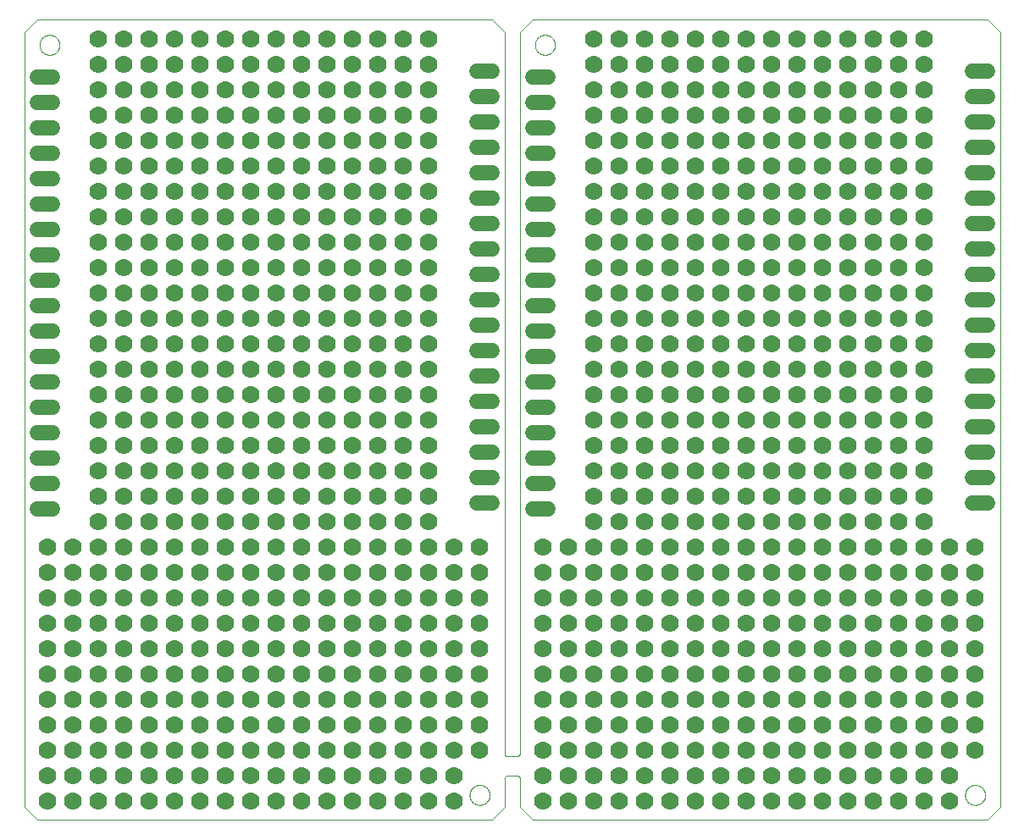
<source format=gtl>
G75*
%MOIN*%
%OFA0B0*%
%FSLAX25Y25*%
%IPPOS*%
%LPD*%
%AMOC8*
5,1,8,0,0,1.08239X$1,22.5*
%
%ADD10C,0.00000*%
%ADD11C,0.06000*%
%ADD12C,0.07000*%
D10*
X0001202Y0006000D02*
X0006202Y0001000D01*
X0185202Y0001000D01*
X0190202Y0006000D01*
X0190202Y0017250D01*
X0190204Y0017318D01*
X0190209Y0017385D01*
X0190218Y0017452D01*
X0190231Y0017519D01*
X0190248Y0017584D01*
X0190267Y0017649D01*
X0190291Y0017713D01*
X0190318Y0017775D01*
X0190348Y0017836D01*
X0190381Y0017894D01*
X0190417Y0017951D01*
X0190457Y0018006D01*
X0190499Y0018059D01*
X0190545Y0018110D01*
X0190592Y0018157D01*
X0190643Y0018203D01*
X0190696Y0018245D01*
X0190751Y0018285D01*
X0190808Y0018321D01*
X0190866Y0018354D01*
X0190927Y0018384D01*
X0190989Y0018411D01*
X0191053Y0018435D01*
X0191118Y0018454D01*
X0191183Y0018471D01*
X0191250Y0018484D01*
X0191317Y0018493D01*
X0191384Y0018498D01*
X0191452Y0018500D01*
X0194952Y0018500D01*
X0195020Y0018498D01*
X0195087Y0018493D01*
X0195154Y0018484D01*
X0195221Y0018471D01*
X0195286Y0018454D01*
X0195351Y0018435D01*
X0195415Y0018411D01*
X0195477Y0018384D01*
X0195538Y0018354D01*
X0195596Y0018321D01*
X0195653Y0018285D01*
X0195708Y0018245D01*
X0195761Y0018203D01*
X0195812Y0018157D01*
X0195859Y0018110D01*
X0195905Y0018059D01*
X0195947Y0018006D01*
X0195987Y0017951D01*
X0196023Y0017894D01*
X0196056Y0017836D01*
X0196086Y0017775D01*
X0196113Y0017713D01*
X0196137Y0017649D01*
X0196156Y0017584D01*
X0196173Y0017519D01*
X0196186Y0017452D01*
X0196195Y0017385D01*
X0196200Y0017318D01*
X0196202Y0017250D01*
X0196202Y0006000D01*
X0201202Y0001000D01*
X0380202Y0001000D01*
X0385202Y0006000D01*
X0385202Y0311000D01*
X0380202Y0316000D01*
X0201202Y0316000D01*
X0196202Y0311000D01*
X0196202Y0027250D01*
X0196200Y0027182D01*
X0196195Y0027115D01*
X0196186Y0027048D01*
X0196173Y0026981D01*
X0196156Y0026916D01*
X0196137Y0026851D01*
X0196113Y0026787D01*
X0196086Y0026725D01*
X0196056Y0026664D01*
X0196023Y0026606D01*
X0195987Y0026549D01*
X0195947Y0026494D01*
X0195905Y0026441D01*
X0195859Y0026390D01*
X0195812Y0026343D01*
X0195761Y0026297D01*
X0195708Y0026255D01*
X0195653Y0026215D01*
X0195596Y0026179D01*
X0195538Y0026146D01*
X0195477Y0026116D01*
X0195415Y0026089D01*
X0195351Y0026065D01*
X0195286Y0026046D01*
X0195221Y0026029D01*
X0195154Y0026016D01*
X0195087Y0026007D01*
X0195020Y0026002D01*
X0194952Y0026000D01*
X0191452Y0026000D01*
X0191384Y0026002D01*
X0191317Y0026007D01*
X0191250Y0026016D01*
X0191183Y0026029D01*
X0191118Y0026046D01*
X0191053Y0026065D01*
X0190989Y0026089D01*
X0190927Y0026116D01*
X0190866Y0026146D01*
X0190808Y0026179D01*
X0190751Y0026215D01*
X0190696Y0026255D01*
X0190643Y0026297D01*
X0190592Y0026343D01*
X0190545Y0026390D01*
X0190499Y0026441D01*
X0190457Y0026494D01*
X0190417Y0026549D01*
X0190381Y0026606D01*
X0190348Y0026664D01*
X0190318Y0026725D01*
X0190291Y0026787D01*
X0190267Y0026851D01*
X0190248Y0026916D01*
X0190231Y0026981D01*
X0190218Y0027048D01*
X0190209Y0027115D01*
X0190204Y0027182D01*
X0190202Y0027250D01*
X0190202Y0311000D01*
X0185202Y0316000D01*
X0006202Y0316000D01*
X0001202Y0311000D01*
X0001202Y0006000D01*
X0176423Y0010843D02*
X0176425Y0010968D01*
X0176431Y0011093D01*
X0176441Y0011217D01*
X0176455Y0011341D01*
X0176472Y0011465D01*
X0176494Y0011588D01*
X0176520Y0011710D01*
X0176549Y0011832D01*
X0176582Y0011952D01*
X0176620Y0012071D01*
X0176660Y0012190D01*
X0176705Y0012306D01*
X0176753Y0012421D01*
X0176805Y0012535D01*
X0176861Y0012647D01*
X0176920Y0012757D01*
X0176982Y0012865D01*
X0177048Y0012972D01*
X0177117Y0013076D01*
X0177190Y0013177D01*
X0177265Y0013277D01*
X0177344Y0013374D01*
X0177426Y0013468D01*
X0177511Y0013560D01*
X0177598Y0013649D01*
X0177689Y0013735D01*
X0177782Y0013818D01*
X0177878Y0013899D01*
X0177976Y0013976D01*
X0178076Y0014050D01*
X0178179Y0014121D01*
X0178284Y0014188D01*
X0178392Y0014253D01*
X0178501Y0014313D01*
X0178612Y0014371D01*
X0178725Y0014424D01*
X0178839Y0014474D01*
X0178955Y0014521D01*
X0179072Y0014563D01*
X0179191Y0014602D01*
X0179311Y0014638D01*
X0179432Y0014669D01*
X0179554Y0014697D01*
X0179676Y0014720D01*
X0179800Y0014740D01*
X0179924Y0014756D01*
X0180048Y0014768D01*
X0180173Y0014776D01*
X0180298Y0014780D01*
X0180422Y0014780D01*
X0180547Y0014776D01*
X0180672Y0014768D01*
X0180796Y0014756D01*
X0180920Y0014740D01*
X0181044Y0014720D01*
X0181166Y0014697D01*
X0181288Y0014669D01*
X0181409Y0014638D01*
X0181529Y0014602D01*
X0181648Y0014563D01*
X0181765Y0014521D01*
X0181881Y0014474D01*
X0181995Y0014424D01*
X0182108Y0014371D01*
X0182219Y0014313D01*
X0182329Y0014253D01*
X0182436Y0014188D01*
X0182541Y0014121D01*
X0182644Y0014050D01*
X0182744Y0013976D01*
X0182842Y0013899D01*
X0182938Y0013818D01*
X0183031Y0013735D01*
X0183122Y0013649D01*
X0183209Y0013560D01*
X0183294Y0013468D01*
X0183376Y0013374D01*
X0183455Y0013277D01*
X0183530Y0013177D01*
X0183603Y0013076D01*
X0183672Y0012972D01*
X0183738Y0012865D01*
X0183800Y0012757D01*
X0183859Y0012647D01*
X0183915Y0012535D01*
X0183967Y0012421D01*
X0184015Y0012306D01*
X0184060Y0012190D01*
X0184100Y0012071D01*
X0184138Y0011952D01*
X0184171Y0011832D01*
X0184200Y0011710D01*
X0184226Y0011588D01*
X0184248Y0011465D01*
X0184265Y0011341D01*
X0184279Y0011217D01*
X0184289Y0011093D01*
X0184295Y0010968D01*
X0184297Y0010843D01*
X0184295Y0010718D01*
X0184289Y0010593D01*
X0184279Y0010469D01*
X0184265Y0010345D01*
X0184248Y0010221D01*
X0184226Y0010098D01*
X0184200Y0009976D01*
X0184171Y0009854D01*
X0184138Y0009734D01*
X0184100Y0009615D01*
X0184060Y0009496D01*
X0184015Y0009380D01*
X0183967Y0009265D01*
X0183915Y0009151D01*
X0183859Y0009039D01*
X0183800Y0008929D01*
X0183738Y0008821D01*
X0183672Y0008714D01*
X0183603Y0008610D01*
X0183530Y0008509D01*
X0183455Y0008409D01*
X0183376Y0008312D01*
X0183294Y0008218D01*
X0183209Y0008126D01*
X0183122Y0008037D01*
X0183031Y0007951D01*
X0182938Y0007868D01*
X0182842Y0007787D01*
X0182744Y0007710D01*
X0182644Y0007636D01*
X0182541Y0007565D01*
X0182436Y0007498D01*
X0182328Y0007433D01*
X0182219Y0007373D01*
X0182108Y0007315D01*
X0181995Y0007262D01*
X0181881Y0007212D01*
X0181765Y0007165D01*
X0181648Y0007123D01*
X0181529Y0007084D01*
X0181409Y0007048D01*
X0181288Y0007017D01*
X0181166Y0006989D01*
X0181044Y0006966D01*
X0180920Y0006946D01*
X0180796Y0006930D01*
X0180672Y0006918D01*
X0180547Y0006910D01*
X0180422Y0006906D01*
X0180298Y0006906D01*
X0180173Y0006910D01*
X0180048Y0006918D01*
X0179924Y0006930D01*
X0179800Y0006946D01*
X0179676Y0006966D01*
X0179554Y0006989D01*
X0179432Y0007017D01*
X0179311Y0007048D01*
X0179191Y0007084D01*
X0179072Y0007123D01*
X0178955Y0007165D01*
X0178839Y0007212D01*
X0178725Y0007262D01*
X0178612Y0007315D01*
X0178501Y0007373D01*
X0178391Y0007433D01*
X0178284Y0007498D01*
X0178179Y0007565D01*
X0178076Y0007636D01*
X0177976Y0007710D01*
X0177878Y0007787D01*
X0177782Y0007868D01*
X0177689Y0007951D01*
X0177598Y0008037D01*
X0177511Y0008126D01*
X0177426Y0008218D01*
X0177344Y0008312D01*
X0177265Y0008409D01*
X0177190Y0008509D01*
X0177117Y0008610D01*
X0177048Y0008714D01*
X0176982Y0008821D01*
X0176920Y0008929D01*
X0176861Y0009039D01*
X0176805Y0009151D01*
X0176753Y0009265D01*
X0176705Y0009380D01*
X0176660Y0009496D01*
X0176620Y0009615D01*
X0176582Y0009734D01*
X0176549Y0009854D01*
X0176520Y0009976D01*
X0176494Y0010098D01*
X0176472Y0010221D01*
X0176455Y0010345D01*
X0176441Y0010469D01*
X0176431Y0010593D01*
X0176425Y0010718D01*
X0176423Y0010843D01*
X0371423Y0010843D02*
X0371425Y0010968D01*
X0371431Y0011093D01*
X0371441Y0011217D01*
X0371455Y0011341D01*
X0371472Y0011465D01*
X0371494Y0011588D01*
X0371520Y0011710D01*
X0371549Y0011832D01*
X0371582Y0011952D01*
X0371620Y0012071D01*
X0371660Y0012190D01*
X0371705Y0012306D01*
X0371753Y0012421D01*
X0371805Y0012535D01*
X0371861Y0012647D01*
X0371920Y0012757D01*
X0371982Y0012865D01*
X0372048Y0012972D01*
X0372117Y0013076D01*
X0372190Y0013177D01*
X0372265Y0013277D01*
X0372344Y0013374D01*
X0372426Y0013468D01*
X0372511Y0013560D01*
X0372598Y0013649D01*
X0372689Y0013735D01*
X0372782Y0013818D01*
X0372878Y0013899D01*
X0372976Y0013976D01*
X0373076Y0014050D01*
X0373179Y0014121D01*
X0373284Y0014188D01*
X0373392Y0014253D01*
X0373501Y0014313D01*
X0373612Y0014371D01*
X0373725Y0014424D01*
X0373839Y0014474D01*
X0373955Y0014521D01*
X0374072Y0014563D01*
X0374191Y0014602D01*
X0374311Y0014638D01*
X0374432Y0014669D01*
X0374554Y0014697D01*
X0374676Y0014720D01*
X0374800Y0014740D01*
X0374924Y0014756D01*
X0375048Y0014768D01*
X0375173Y0014776D01*
X0375298Y0014780D01*
X0375422Y0014780D01*
X0375547Y0014776D01*
X0375672Y0014768D01*
X0375796Y0014756D01*
X0375920Y0014740D01*
X0376044Y0014720D01*
X0376166Y0014697D01*
X0376288Y0014669D01*
X0376409Y0014638D01*
X0376529Y0014602D01*
X0376648Y0014563D01*
X0376765Y0014521D01*
X0376881Y0014474D01*
X0376995Y0014424D01*
X0377108Y0014371D01*
X0377219Y0014313D01*
X0377329Y0014253D01*
X0377436Y0014188D01*
X0377541Y0014121D01*
X0377644Y0014050D01*
X0377744Y0013976D01*
X0377842Y0013899D01*
X0377938Y0013818D01*
X0378031Y0013735D01*
X0378122Y0013649D01*
X0378209Y0013560D01*
X0378294Y0013468D01*
X0378376Y0013374D01*
X0378455Y0013277D01*
X0378530Y0013177D01*
X0378603Y0013076D01*
X0378672Y0012972D01*
X0378738Y0012865D01*
X0378800Y0012757D01*
X0378859Y0012647D01*
X0378915Y0012535D01*
X0378967Y0012421D01*
X0379015Y0012306D01*
X0379060Y0012190D01*
X0379100Y0012071D01*
X0379138Y0011952D01*
X0379171Y0011832D01*
X0379200Y0011710D01*
X0379226Y0011588D01*
X0379248Y0011465D01*
X0379265Y0011341D01*
X0379279Y0011217D01*
X0379289Y0011093D01*
X0379295Y0010968D01*
X0379297Y0010843D01*
X0379295Y0010718D01*
X0379289Y0010593D01*
X0379279Y0010469D01*
X0379265Y0010345D01*
X0379248Y0010221D01*
X0379226Y0010098D01*
X0379200Y0009976D01*
X0379171Y0009854D01*
X0379138Y0009734D01*
X0379100Y0009615D01*
X0379060Y0009496D01*
X0379015Y0009380D01*
X0378967Y0009265D01*
X0378915Y0009151D01*
X0378859Y0009039D01*
X0378800Y0008929D01*
X0378738Y0008821D01*
X0378672Y0008714D01*
X0378603Y0008610D01*
X0378530Y0008509D01*
X0378455Y0008409D01*
X0378376Y0008312D01*
X0378294Y0008218D01*
X0378209Y0008126D01*
X0378122Y0008037D01*
X0378031Y0007951D01*
X0377938Y0007868D01*
X0377842Y0007787D01*
X0377744Y0007710D01*
X0377644Y0007636D01*
X0377541Y0007565D01*
X0377436Y0007498D01*
X0377328Y0007433D01*
X0377219Y0007373D01*
X0377108Y0007315D01*
X0376995Y0007262D01*
X0376881Y0007212D01*
X0376765Y0007165D01*
X0376648Y0007123D01*
X0376529Y0007084D01*
X0376409Y0007048D01*
X0376288Y0007017D01*
X0376166Y0006989D01*
X0376044Y0006966D01*
X0375920Y0006946D01*
X0375796Y0006930D01*
X0375672Y0006918D01*
X0375547Y0006910D01*
X0375422Y0006906D01*
X0375298Y0006906D01*
X0375173Y0006910D01*
X0375048Y0006918D01*
X0374924Y0006930D01*
X0374800Y0006946D01*
X0374676Y0006966D01*
X0374554Y0006989D01*
X0374432Y0007017D01*
X0374311Y0007048D01*
X0374191Y0007084D01*
X0374072Y0007123D01*
X0373955Y0007165D01*
X0373839Y0007212D01*
X0373725Y0007262D01*
X0373612Y0007315D01*
X0373501Y0007373D01*
X0373391Y0007433D01*
X0373284Y0007498D01*
X0373179Y0007565D01*
X0373076Y0007636D01*
X0372976Y0007710D01*
X0372878Y0007787D01*
X0372782Y0007868D01*
X0372689Y0007951D01*
X0372598Y0008037D01*
X0372511Y0008126D01*
X0372426Y0008218D01*
X0372344Y0008312D01*
X0372265Y0008409D01*
X0372190Y0008509D01*
X0372117Y0008610D01*
X0372048Y0008714D01*
X0371982Y0008821D01*
X0371920Y0008929D01*
X0371861Y0009039D01*
X0371805Y0009151D01*
X0371753Y0009265D01*
X0371705Y0009380D01*
X0371660Y0009496D01*
X0371620Y0009615D01*
X0371582Y0009734D01*
X0371549Y0009854D01*
X0371520Y0009976D01*
X0371494Y0010098D01*
X0371472Y0010221D01*
X0371455Y0010345D01*
X0371441Y0010469D01*
X0371431Y0010593D01*
X0371425Y0010718D01*
X0371423Y0010843D01*
X0202132Y0306118D02*
X0202134Y0306243D01*
X0202140Y0306368D01*
X0202150Y0306492D01*
X0202164Y0306616D01*
X0202181Y0306740D01*
X0202203Y0306863D01*
X0202229Y0306985D01*
X0202258Y0307107D01*
X0202291Y0307227D01*
X0202329Y0307346D01*
X0202369Y0307465D01*
X0202414Y0307581D01*
X0202462Y0307696D01*
X0202514Y0307810D01*
X0202570Y0307922D01*
X0202629Y0308032D01*
X0202691Y0308140D01*
X0202757Y0308247D01*
X0202826Y0308351D01*
X0202899Y0308452D01*
X0202974Y0308552D01*
X0203053Y0308649D01*
X0203135Y0308743D01*
X0203220Y0308835D01*
X0203307Y0308924D01*
X0203398Y0309010D01*
X0203491Y0309093D01*
X0203587Y0309174D01*
X0203685Y0309251D01*
X0203785Y0309325D01*
X0203888Y0309396D01*
X0203993Y0309463D01*
X0204101Y0309528D01*
X0204210Y0309588D01*
X0204321Y0309646D01*
X0204434Y0309699D01*
X0204548Y0309749D01*
X0204664Y0309796D01*
X0204781Y0309838D01*
X0204900Y0309877D01*
X0205020Y0309913D01*
X0205141Y0309944D01*
X0205263Y0309972D01*
X0205385Y0309995D01*
X0205509Y0310015D01*
X0205633Y0310031D01*
X0205757Y0310043D01*
X0205882Y0310051D01*
X0206007Y0310055D01*
X0206131Y0310055D01*
X0206256Y0310051D01*
X0206381Y0310043D01*
X0206505Y0310031D01*
X0206629Y0310015D01*
X0206753Y0309995D01*
X0206875Y0309972D01*
X0206997Y0309944D01*
X0207118Y0309913D01*
X0207238Y0309877D01*
X0207357Y0309838D01*
X0207474Y0309796D01*
X0207590Y0309749D01*
X0207704Y0309699D01*
X0207817Y0309646D01*
X0207928Y0309588D01*
X0208038Y0309528D01*
X0208145Y0309463D01*
X0208250Y0309396D01*
X0208353Y0309325D01*
X0208453Y0309251D01*
X0208551Y0309174D01*
X0208647Y0309093D01*
X0208740Y0309010D01*
X0208831Y0308924D01*
X0208918Y0308835D01*
X0209003Y0308743D01*
X0209085Y0308649D01*
X0209164Y0308552D01*
X0209239Y0308452D01*
X0209312Y0308351D01*
X0209381Y0308247D01*
X0209447Y0308140D01*
X0209509Y0308032D01*
X0209568Y0307922D01*
X0209624Y0307810D01*
X0209676Y0307696D01*
X0209724Y0307581D01*
X0209769Y0307465D01*
X0209809Y0307346D01*
X0209847Y0307227D01*
X0209880Y0307107D01*
X0209909Y0306985D01*
X0209935Y0306863D01*
X0209957Y0306740D01*
X0209974Y0306616D01*
X0209988Y0306492D01*
X0209998Y0306368D01*
X0210004Y0306243D01*
X0210006Y0306118D01*
X0210004Y0305993D01*
X0209998Y0305868D01*
X0209988Y0305744D01*
X0209974Y0305620D01*
X0209957Y0305496D01*
X0209935Y0305373D01*
X0209909Y0305251D01*
X0209880Y0305129D01*
X0209847Y0305009D01*
X0209809Y0304890D01*
X0209769Y0304771D01*
X0209724Y0304655D01*
X0209676Y0304540D01*
X0209624Y0304426D01*
X0209568Y0304314D01*
X0209509Y0304204D01*
X0209447Y0304096D01*
X0209381Y0303989D01*
X0209312Y0303885D01*
X0209239Y0303784D01*
X0209164Y0303684D01*
X0209085Y0303587D01*
X0209003Y0303493D01*
X0208918Y0303401D01*
X0208831Y0303312D01*
X0208740Y0303226D01*
X0208647Y0303143D01*
X0208551Y0303062D01*
X0208453Y0302985D01*
X0208353Y0302911D01*
X0208250Y0302840D01*
X0208145Y0302773D01*
X0208037Y0302708D01*
X0207928Y0302648D01*
X0207817Y0302590D01*
X0207704Y0302537D01*
X0207590Y0302487D01*
X0207474Y0302440D01*
X0207357Y0302398D01*
X0207238Y0302359D01*
X0207118Y0302323D01*
X0206997Y0302292D01*
X0206875Y0302264D01*
X0206753Y0302241D01*
X0206629Y0302221D01*
X0206505Y0302205D01*
X0206381Y0302193D01*
X0206256Y0302185D01*
X0206131Y0302181D01*
X0206007Y0302181D01*
X0205882Y0302185D01*
X0205757Y0302193D01*
X0205633Y0302205D01*
X0205509Y0302221D01*
X0205385Y0302241D01*
X0205263Y0302264D01*
X0205141Y0302292D01*
X0205020Y0302323D01*
X0204900Y0302359D01*
X0204781Y0302398D01*
X0204664Y0302440D01*
X0204548Y0302487D01*
X0204434Y0302537D01*
X0204321Y0302590D01*
X0204210Y0302648D01*
X0204100Y0302708D01*
X0203993Y0302773D01*
X0203888Y0302840D01*
X0203785Y0302911D01*
X0203685Y0302985D01*
X0203587Y0303062D01*
X0203491Y0303143D01*
X0203398Y0303226D01*
X0203307Y0303312D01*
X0203220Y0303401D01*
X0203135Y0303493D01*
X0203053Y0303587D01*
X0202974Y0303684D01*
X0202899Y0303784D01*
X0202826Y0303885D01*
X0202757Y0303989D01*
X0202691Y0304096D01*
X0202629Y0304204D01*
X0202570Y0304314D01*
X0202514Y0304426D01*
X0202462Y0304540D01*
X0202414Y0304655D01*
X0202369Y0304771D01*
X0202329Y0304890D01*
X0202291Y0305009D01*
X0202258Y0305129D01*
X0202229Y0305251D01*
X0202203Y0305373D01*
X0202181Y0305496D01*
X0202164Y0305620D01*
X0202150Y0305744D01*
X0202140Y0305868D01*
X0202134Y0305993D01*
X0202132Y0306118D01*
X0007132Y0306118D02*
X0007134Y0306243D01*
X0007140Y0306368D01*
X0007150Y0306492D01*
X0007164Y0306616D01*
X0007181Y0306740D01*
X0007203Y0306863D01*
X0007229Y0306985D01*
X0007258Y0307107D01*
X0007291Y0307227D01*
X0007329Y0307346D01*
X0007369Y0307465D01*
X0007414Y0307581D01*
X0007462Y0307696D01*
X0007514Y0307810D01*
X0007570Y0307922D01*
X0007629Y0308032D01*
X0007691Y0308140D01*
X0007757Y0308247D01*
X0007826Y0308351D01*
X0007899Y0308452D01*
X0007974Y0308552D01*
X0008053Y0308649D01*
X0008135Y0308743D01*
X0008220Y0308835D01*
X0008307Y0308924D01*
X0008398Y0309010D01*
X0008491Y0309093D01*
X0008587Y0309174D01*
X0008685Y0309251D01*
X0008785Y0309325D01*
X0008888Y0309396D01*
X0008993Y0309463D01*
X0009101Y0309528D01*
X0009210Y0309588D01*
X0009321Y0309646D01*
X0009434Y0309699D01*
X0009548Y0309749D01*
X0009664Y0309796D01*
X0009781Y0309838D01*
X0009900Y0309877D01*
X0010020Y0309913D01*
X0010141Y0309944D01*
X0010263Y0309972D01*
X0010385Y0309995D01*
X0010509Y0310015D01*
X0010633Y0310031D01*
X0010757Y0310043D01*
X0010882Y0310051D01*
X0011007Y0310055D01*
X0011131Y0310055D01*
X0011256Y0310051D01*
X0011381Y0310043D01*
X0011505Y0310031D01*
X0011629Y0310015D01*
X0011753Y0309995D01*
X0011875Y0309972D01*
X0011997Y0309944D01*
X0012118Y0309913D01*
X0012238Y0309877D01*
X0012357Y0309838D01*
X0012474Y0309796D01*
X0012590Y0309749D01*
X0012704Y0309699D01*
X0012817Y0309646D01*
X0012928Y0309588D01*
X0013038Y0309528D01*
X0013145Y0309463D01*
X0013250Y0309396D01*
X0013353Y0309325D01*
X0013453Y0309251D01*
X0013551Y0309174D01*
X0013647Y0309093D01*
X0013740Y0309010D01*
X0013831Y0308924D01*
X0013918Y0308835D01*
X0014003Y0308743D01*
X0014085Y0308649D01*
X0014164Y0308552D01*
X0014239Y0308452D01*
X0014312Y0308351D01*
X0014381Y0308247D01*
X0014447Y0308140D01*
X0014509Y0308032D01*
X0014568Y0307922D01*
X0014624Y0307810D01*
X0014676Y0307696D01*
X0014724Y0307581D01*
X0014769Y0307465D01*
X0014809Y0307346D01*
X0014847Y0307227D01*
X0014880Y0307107D01*
X0014909Y0306985D01*
X0014935Y0306863D01*
X0014957Y0306740D01*
X0014974Y0306616D01*
X0014988Y0306492D01*
X0014998Y0306368D01*
X0015004Y0306243D01*
X0015006Y0306118D01*
X0015004Y0305993D01*
X0014998Y0305868D01*
X0014988Y0305744D01*
X0014974Y0305620D01*
X0014957Y0305496D01*
X0014935Y0305373D01*
X0014909Y0305251D01*
X0014880Y0305129D01*
X0014847Y0305009D01*
X0014809Y0304890D01*
X0014769Y0304771D01*
X0014724Y0304655D01*
X0014676Y0304540D01*
X0014624Y0304426D01*
X0014568Y0304314D01*
X0014509Y0304204D01*
X0014447Y0304096D01*
X0014381Y0303989D01*
X0014312Y0303885D01*
X0014239Y0303784D01*
X0014164Y0303684D01*
X0014085Y0303587D01*
X0014003Y0303493D01*
X0013918Y0303401D01*
X0013831Y0303312D01*
X0013740Y0303226D01*
X0013647Y0303143D01*
X0013551Y0303062D01*
X0013453Y0302985D01*
X0013353Y0302911D01*
X0013250Y0302840D01*
X0013145Y0302773D01*
X0013037Y0302708D01*
X0012928Y0302648D01*
X0012817Y0302590D01*
X0012704Y0302537D01*
X0012590Y0302487D01*
X0012474Y0302440D01*
X0012357Y0302398D01*
X0012238Y0302359D01*
X0012118Y0302323D01*
X0011997Y0302292D01*
X0011875Y0302264D01*
X0011753Y0302241D01*
X0011629Y0302221D01*
X0011505Y0302205D01*
X0011381Y0302193D01*
X0011256Y0302185D01*
X0011131Y0302181D01*
X0011007Y0302181D01*
X0010882Y0302185D01*
X0010757Y0302193D01*
X0010633Y0302205D01*
X0010509Y0302221D01*
X0010385Y0302241D01*
X0010263Y0302264D01*
X0010141Y0302292D01*
X0010020Y0302323D01*
X0009900Y0302359D01*
X0009781Y0302398D01*
X0009664Y0302440D01*
X0009548Y0302487D01*
X0009434Y0302537D01*
X0009321Y0302590D01*
X0009210Y0302648D01*
X0009100Y0302708D01*
X0008993Y0302773D01*
X0008888Y0302840D01*
X0008785Y0302911D01*
X0008685Y0302985D01*
X0008587Y0303062D01*
X0008491Y0303143D01*
X0008398Y0303226D01*
X0008307Y0303312D01*
X0008220Y0303401D01*
X0008135Y0303493D01*
X0008053Y0303587D01*
X0007974Y0303684D01*
X0007899Y0303784D01*
X0007826Y0303885D01*
X0007757Y0303989D01*
X0007691Y0304096D01*
X0007629Y0304204D01*
X0007570Y0304314D01*
X0007514Y0304426D01*
X0007462Y0304540D01*
X0007414Y0304655D01*
X0007369Y0304771D01*
X0007329Y0304890D01*
X0007291Y0305009D01*
X0007258Y0305129D01*
X0007229Y0305251D01*
X0007203Y0305373D01*
X0007181Y0305496D01*
X0007164Y0305620D01*
X0007150Y0305744D01*
X0007140Y0305868D01*
X0007134Y0305993D01*
X0007132Y0306118D01*
D11*
X0006100Y0293461D02*
X0012100Y0293461D01*
X0012100Y0283461D02*
X0006100Y0283461D01*
X0006100Y0273461D02*
X0012100Y0273461D01*
X0012100Y0263461D02*
X0006100Y0263461D01*
X0006100Y0253461D02*
X0012100Y0253461D01*
X0012100Y0243461D02*
X0006100Y0243461D01*
X0006100Y0233461D02*
X0012100Y0233461D01*
X0012100Y0223461D02*
X0006100Y0223461D01*
X0006100Y0213461D02*
X0012100Y0213461D01*
X0012100Y0203461D02*
X0006100Y0203461D01*
X0006100Y0193461D02*
X0012100Y0193461D01*
X0012100Y0183461D02*
X0006100Y0183461D01*
X0006100Y0173461D02*
X0012100Y0173461D01*
X0012100Y0163461D02*
X0006100Y0163461D01*
X0006100Y0153461D02*
X0012100Y0153461D01*
X0012100Y0143461D02*
X0006100Y0143461D01*
X0006100Y0133461D02*
X0012100Y0133461D01*
X0012100Y0123461D02*
X0006100Y0123461D01*
X0179328Y0125862D02*
X0185328Y0125862D01*
X0185328Y0135862D02*
X0179328Y0135862D01*
X0179328Y0145862D02*
X0185328Y0145862D01*
X0185328Y0155862D02*
X0179328Y0155862D01*
X0179328Y0165862D02*
X0185328Y0165862D01*
X0185328Y0175862D02*
X0179328Y0175862D01*
X0179328Y0185862D02*
X0185328Y0185862D01*
X0185328Y0195862D02*
X0179328Y0195862D01*
X0179328Y0205862D02*
X0185328Y0205862D01*
X0185328Y0215862D02*
X0179328Y0215862D01*
X0179328Y0225862D02*
X0185328Y0225862D01*
X0185328Y0235862D02*
X0179328Y0235862D01*
X0179328Y0245862D02*
X0185328Y0245862D01*
X0185328Y0255862D02*
X0179328Y0255862D01*
X0179328Y0265862D02*
X0185328Y0265862D01*
X0185328Y0275862D02*
X0179328Y0275862D01*
X0179328Y0285862D02*
X0185328Y0285862D01*
X0185328Y0295862D02*
X0179328Y0295862D01*
X0201100Y0293461D02*
X0207100Y0293461D01*
X0207100Y0283461D02*
X0201100Y0283461D01*
X0201100Y0273461D02*
X0207100Y0273461D01*
X0207100Y0263461D02*
X0201100Y0263461D01*
X0201100Y0253461D02*
X0207100Y0253461D01*
X0207100Y0243461D02*
X0201100Y0243461D01*
X0201100Y0233461D02*
X0207100Y0233461D01*
X0207100Y0223461D02*
X0201100Y0223461D01*
X0201100Y0213461D02*
X0207100Y0213461D01*
X0207100Y0203461D02*
X0201100Y0203461D01*
X0201100Y0193461D02*
X0207100Y0193461D01*
X0207100Y0183461D02*
X0201100Y0183461D01*
X0201100Y0173461D02*
X0207100Y0173461D01*
X0207100Y0163461D02*
X0201100Y0163461D01*
X0201100Y0153461D02*
X0207100Y0153461D01*
X0207100Y0143461D02*
X0201100Y0143461D01*
X0201100Y0133461D02*
X0207100Y0133461D01*
X0207100Y0123461D02*
X0201100Y0123461D01*
X0374328Y0125862D02*
X0380328Y0125862D01*
X0380328Y0135862D02*
X0374328Y0135862D01*
X0374328Y0145862D02*
X0380328Y0145862D01*
X0380328Y0155862D02*
X0374328Y0155862D01*
X0374328Y0165862D02*
X0380328Y0165862D01*
X0380328Y0175862D02*
X0374328Y0175862D01*
X0374328Y0185862D02*
X0380328Y0185862D01*
X0380328Y0195862D02*
X0374328Y0195862D01*
X0374328Y0205862D02*
X0380328Y0205862D01*
X0380328Y0215862D02*
X0374328Y0215862D01*
X0374328Y0225862D02*
X0380328Y0225862D01*
X0380328Y0235862D02*
X0374328Y0235862D01*
X0374328Y0245862D02*
X0380328Y0245862D01*
X0380328Y0255862D02*
X0374328Y0255862D01*
X0374328Y0265862D02*
X0380328Y0265862D01*
X0380328Y0275862D02*
X0374328Y0275862D01*
X0374328Y0285862D02*
X0380328Y0285862D01*
X0380328Y0295862D02*
X0374328Y0295862D01*
D12*
X0355202Y0298500D03*
X0345202Y0298500D03*
X0335202Y0298500D03*
X0325202Y0298500D03*
X0315202Y0298500D03*
X0305202Y0298500D03*
X0295202Y0298500D03*
X0285202Y0298500D03*
X0275202Y0298500D03*
X0265202Y0298500D03*
X0255202Y0298500D03*
X0245202Y0298500D03*
X0235202Y0298500D03*
X0225202Y0298500D03*
X0225202Y0288500D03*
X0235202Y0288500D03*
X0245202Y0288500D03*
X0255202Y0288500D03*
X0265202Y0288500D03*
X0275202Y0288500D03*
X0285202Y0288500D03*
X0295202Y0288500D03*
X0305202Y0288500D03*
X0315202Y0288500D03*
X0325202Y0288500D03*
X0335202Y0288500D03*
X0345202Y0288500D03*
X0355202Y0288500D03*
X0355202Y0278500D03*
X0345202Y0278500D03*
X0335202Y0278500D03*
X0325202Y0278500D03*
X0315202Y0278500D03*
X0305202Y0278500D03*
X0295202Y0278500D03*
X0285202Y0278500D03*
X0275202Y0278500D03*
X0265202Y0278500D03*
X0255202Y0278500D03*
X0245202Y0278500D03*
X0235202Y0278500D03*
X0225202Y0278500D03*
X0225202Y0268500D03*
X0235202Y0268500D03*
X0235202Y0258500D03*
X0225202Y0258500D03*
X0225202Y0248500D03*
X0235202Y0248500D03*
X0235202Y0238500D03*
X0225202Y0238500D03*
X0225202Y0228500D03*
X0235202Y0228500D03*
X0245202Y0228500D03*
X0245202Y0238500D03*
X0245202Y0248500D03*
X0245202Y0258500D03*
X0245202Y0268500D03*
X0255202Y0268500D03*
X0265202Y0268500D03*
X0265202Y0258500D03*
X0255202Y0258500D03*
X0255202Y0248500D03*
X0265202Y0248500D03*
X0265202Y0238500D03*
X0255202Y0238500D03*
X0255202Y0228500D03*
X0265202Y0228500D03*
X0275202Y0228500D03*
X0285202Y0228500D03*
X0285202Y0238500D03*
X0275202Y0238500D03*
X0275202Y0248500D03*
X0285202Y0248500D03*
X0285202Y0258500D03*
X0275202Y0258500D03*
X0275202Y0268500D03*
X0285202Y0268500D03*
X0295202Y0268500D03*
X0305202Y0268500D03*
X0305202Y0258500D03*
X0295202Y0258500D03*
X0295202Y0248500D03*
X0305202Y0248500D03*
X0305202Y0238500D03*
X0295202Y0238500D03*
X0295202Y0228500D03*
X0305202Y0228500D03*
X0315202Y0228500D03*
X0315202Y0238500D03*
X0315202Y0248500D03*
X0315202Y0258500D03*
X0315202Y0268500D03*
X0325202Y0268500D03*
X0335202Y0268500D03*
X0335202Y0258500D03*
X0325202Y0258500D03*
X0325202Y0248500D03*
X0335202Y0248500D03*
X0335202Y0238500D03*
X0325202Y0238500D03*
X0325202Y0228500D03*
X0335202Y0228500D03*
X0345202Y0228500D03*
X0355202Y0228500D03*
X0355202Y0238500D03*
X0345202Y0238500D03*
X0345202Y0248500D03*
X0355202Y0248500D03*
X0355202Y0258500D03*
X0345202Y0258500D03*
X0345202Y0268500D03*
X0355202Y0268500D03*
X0355202Y0308500D03*
X0345202Y0308500D03*
X0335202Y0308500D03*
X0325202Y0308500D03*
X0315202Y0308500D03*
X0305202Y0308500D03*
X0295202Y0308500D03*
X0285202Y0308500D03*
X0275202Y0308500D03*
X0265202Y0308500D03*
X0255202Y0308500D03*
X0245202Y0308500D03*
X0235202Y0308500D03*
X0225202Y0308500D03*
X0160202Y0308500D03*
X0150202Y0308500D03*
X0140202Y0308500D03*
X0130202Y0308500D03*
X0120202Y0308500D03*
X0110202Y0308500D03*
X0100202Y0308500D03*
X0090202Y0308500D03*
X0080202Y0308500D03*
X0070202Y0308500D03*
X0060202Y0308500D03*
X0050202Y0308500D03*
X0040202Y0308500D03*
X0030202Y0308500D03*
X0030202Y0298500D03*
X0030202Y0288500D03*
X0040202Y0288500D03*
X0050202Y0288500D03*
X0050202Y0298500D03*
X0040202Y0298500D03*
X0060202Y0298500D03*
X0060202Y0288500D03*
X0070202Y0288500D03*
X0080202Y0288500D03*
X0080202Y0298500D03*
X0070202Y0298500D03*
X0090202Y0298500D03*
X0100202Y0298500D03*
X0100202Y0288500D03*
X0090202Y0288500D03*
X0090202Y0278500D03*
X0100202Y0278500D03*
X0100202Y0268500D03*
X0090202Y0268500D03*
X0080202Y0268500D03*
X0070202Y0268500D03*
X0060202Y0268500D03*
X0050202Y0268500D03*
X0040202Y0268500D03*
X0030202Y0268500D03*
X0030202Y0258500D03*
X0030202Y0248500D03*
X0030202Y0238500D03*
X0030202Y0228500D03*
X0040202Y0228500D03*
X0050202Y0228500D03*
X0050202Y0238500D03*
X0040202Y0238500D03*
X0040202Y0248500D03*
X0050202Y0248500D03*
X0050202Y0258500D03*
X0040202Y0258500D03*
X0060202Y0258500D03*
X0060202Y0248500D03*
X0060202Y0238500D03*
X0060202Y0228500D03*
X0070202Y0228500D03*
X0080202Y0228500D03*
X0080202Y0238500D03*
X0070202Y0238500D03*
X0070202Y0248500D03*
X0080202Y0248500D03*
X0080202Y0258500D03*
X0070202Y0258500D03*
X0090202Y0258500D03*
X0100202Y0258500D03*
X0100202Y0248500D03*
X0090202Y0248500D03*
X0090202Y0238500D03*
X0100202Y0238500D03*
X0100202Y0228500D03*
X0090202Y0228500D03*
X0090202Y0218500D03*
X0100202Y0218500D03*
X0100202Y0208500D03*
X0090202Y0208500D03*
X0080202Y0208500D03*
X0070202Y0208500D03*
X0060202Y0208500D03*
X0050202Y0208500D03*
X0040202Y0208500D03*
X0030202Y0208500D03*
X0030202Y0198500D03*
X0030202Y0188500D03*
X0030202Y0178500D03*
X0030202Y0168500D03*
X0030202Y0158500D03*
X0040202Y0158500D03*
X0050202Y0158500D03*
X0050202Y0168500D03*
X0040202Y0168500D03*
X0040202Y0178500D03*
X0050202Y0178500D03*
X0050202Y0188500D03*
X0040202Y0188500D03*
X0040202Y0198500D03*
X0050202Y0198500D03*
X0060202Y0198500D03*
X0060202Y0188500D03*
X0060202Y0178500D03*
X0060202Y0168500D03*
X0060202Y0158500D03*
X0070202Y0158500D03*
X0080202Y0158500D03*
X0080202Y0168500D03*
X0070202Y0168500D03*
X0070202Y0178500D03*
X0080202Y0178500D03*
X0080202Y0188500D03*
X0070202Y0188500D03*
X0070202Y0198500D03*
X0080202Y0198500D03*
X0090202Y0198500D03*
X0100202Y0198500D03*
X0100202Y0188500D03*
X0090202Y0188500D03*
X0090202Y0178500D03*
X0100202Y0178500D03*
X0100202Y0168500D03*
X0090202Y0168500D03*
X0090202Y0158500D03*
X0100202Y0158500D03*
X0110202Y0158500D03*
X0110202Y0168500D03*
X0110202Y0178500D03*
X0110202Y0188500D03*
X0110202Y0198500D03*
X0110202Y0208500D03*
X0110202Y0218500D03*
X0120202Y0218500D03*
X0130202Y0218500D03*
X0130202Y0208500D03*
X0120202Y0208500D03*
X0120202Y0198500D03*
X0130202Y0198500D03*
X0130202Y0188500D03*
X0120202Y0188500D03*
X0120202Y0178500D03*
X0130202Y0178500D03*
X0130202Y0168500D03*
X0120202Y0168500D03*
X0120202Y0158500D03*
X0130202Y0158500D03*
X0140202Y0158500D03*
X0150202Y0158500D03*
X0150202Y0168500D03*
X0140202Y0168500D03*
X0140202Y0178500D03*
X0150202Y0178500D03*
X0150202Y0188500D03*
X0140202Y0188500D03*
X0140202Y0198500D03*
X0150202Y0198500D03*
X0150202Y0208500D03*
X0140202Y0208500D03*
X0140202Y0218500D03*
X0150202Y0218500D03*
X0160202Y0218500D03*
X0160202Y0208500D03*
X0160202Y0198500D03*
X0160202Y0188500D03*
X0160202Y0178500D03*
X0160202Y0168500D03*
X0160202Y0158500D03*
X0160202Y0148500D03*
X0150202Y0148500D03*
X0140202Y0148500D03*
X0130202Y0148500D03*
X0120202Y0148500D03*
X0110202Y0148500D03*
X0100202Y0148500D03*
X0090202Y0148500D03*
X0080202Y0148500D03*
X0070202Y0148500D03*
X0060202Y0148500D03*
X0050202Y0148500D03*
X0040202Y0148500D03*
X0030202Y0148500D03*
X0030202Y0138500D03*
X0030202Y0128500D03*
X0030202Y0118500D03*
X0030202Y0108500D03*
X0020202Y0108500D03*
X0010202Y0108500D03*
X0010202Y0098500D03*
X0020202Y0098500D03*
X0030202Y0098500D03*
X0040202Y0098500D03*
X0050202Y0098500D03*
X0050202Y0108500D03*
X0040202Y0108500D03*
X0040202Y0118500D03*
X0050202Y0118500D03*
X0050202Y0128500D03*
X0040202Y0128500D03*
X0040202Y0138500D03*
X0050202Y0138500D03*
X0060202Y0138500D03*
X0060202Y0128500D03*
X0060202Y0118500D03*
X0060202Y0108500D03*
X0060202Y0098500D03*
X0070202Y0098500D03*
X0080202Y0098500D03*
X0080202Y0108500D03*
X0070202Y0108500D03*
X0070202Y0118500D03*
X0080202Y0118500D03*
X0080202Y0128500D03*
X0070202Y0128500D03*
X0070202Y0138500D03*
X0080202Y0138500D03*
X0090202Y0138500D03*
X0100202Y0138500D03*
X0100202Y0128500D03*
X0090202Y0128500D03*
X0090202Y0118500D03*
X0100202Y0118500D03*
X0100202Y0108500D03*
X0090202Y0108500D03*
X0090202Y0098500D03*
X0100202Y0098500D03*
X0110202Y0098500D03*
X0110202Y0108500D03*
X0110202Y0118500D03*
X0110202Y0128500D03*
X0110202Y0138500D03*
X0120202Y0138500D03*
X0130202Y0138500D03*
X0130202Y0128500D03*
X0120202Y0128500D03*
X0120202Y0118500D03*
X0130202Y0118500D03*
X0130202Y0108500D03*
X0120202Y0108500D03*
X0120202Y0098500D03*
X0130202Y0098500D03*
X0140202Y0098500D03*
X0150202Y0098500D03*
X0150202Y0108500D03*
X0140202Y0108500D03*
X0140202Y0118500D03*
X0150202Y0118500D03*
X0150202Y0128500D03*
X0140202Y0128500D03*
X0140202Y0138500D03*
X0150202Y0138500D03*
X0160202Y0138500D03*
X0160202Y0128500D03*
X0160202Y0118500D03*
X0160202Y0108500D03*
X0160202Y0098500D03*
X0170202Y0098500D03*
X0180202Y0098500D03*
X0180202Y0108500D03*
X0170202Y0108500D03*
X0170202Y0088500D03*
X0180202Y0088500D03*
X0180202Y0078500D03*
X0170202Y0078500D03*
X0160202Y0078500D03*
X0150202Y0078500D03*
X0140202Y0078500D03*
X0130202Y0078500D03*
X0120202Y0078500D03*
X0110202Y0078500D03*
X0100202Y0078500D03*
X0090202Y0078500D03*
X0080202Y0078500D03*
X0070202Y0078500D03*
X0060202Y0078500D03*
X0050202Y0078500D03*
X0040202Y0078500D03*
X0030202Y0078500D03*
X0020202Y0078500D03*
X0010202Y0078500D03*
X0010202Y0068500D03*
X0010202Y0058500D03*
X0010202Y0048500D03*
X0010202Y0038500D03*
X0020202Y0038500D03*
X0030202Y0038500D03*
X0030202Y0048500D03*
X0020202Y0048500D03*
X0020202Y0058500D03*
X0030202Y0058500D03*
X0030202Y0068500D03*
X0020202Y0068500D03*
X0040202Y0068500D03*
X0050202Y0068500D03*
X0050202Y0058500D03*
X0040202Y0058500D03*
X0040202Y0048500D03*
X0050202Y0048500D03*
X0050202Y0038500D03*
X0040202Y0038500D03*
X0040202Y0028500D03*
X0050202Y0028500D03*
X0050202Y0018500D03*
X0040202Y0018500D03*
X0030202Y0018500D03*
X0020202Y0018500D03*
X0010202Y0018500D03*
X0010202Y0008500D03*
X0020202Y0008500D03*
X0030202Y0008500D03*
X0040202Y0008500D03*
X0050202Y0008500D03*
X0060202Y0008500D03*
X0060202Y0018500D03*
X0060202Y0028500D03*
X0070202Y0028500D03*
X0080202Y0028500D03*
X0080202Y0018500D03*
X0070202Y0018500D03*
X0070202Y0008500D03*
X0080202Y0008500D03*
X0090202Y0008500D03*
X0100202Y0008500D03*
X0100202Y0018500D03*
X0090202Y0018500D03*
X0090202Y0028500D03*
X0100202Y0028500D03*
X0110202Y0028500D03*
X0110202Y0018500D03*
X0110202Y0008500D03*
X0120202Y0008500D03*
X0130202Y0008500D03*
X0130202Y0018500D03*
X0120202Y0018500D03*
X0120202Y0028500D03*
X0130202Y0028500D03*
X0140202Y0028500D03*
X0150202Y0028500D03*
X0150202Y0018500D03*
X0140202Y0018500D03*
X0140202Y0008500D03*
X0150202Y0008500D03*
X0160202Y0008500D03*
X0160202Y0018500D03*
X0160202Y0028500D03*
X0170202Y0028500D03*
X0180202Y0028500D03*
X0170202Y0018500D03*
X0170202Y0008500D03*
X0205202Y0008500D03*
X0215202Y0008500D03*
X0215202Y0018500D03*
X0205202Y0018500D03*
X0205202Y0028500D03*
X0215202Y0028500D03*
X0225202Y0028500D03*
X0235202Y0028500D03*
X0235202Y0018500D03*
X0225202Y0018500D03*
X0225202Y0008500D03*
X0235202Y0008500D03*
X0245202Y0008500D03*
X0245202Y0018500D03*
X0245202Y0028500D03*
X0255202Y0028500D03*
X0265202Y0028500D03*
X0265202Y0018500D03*
X0255202Y0018500D03*
X0255202Y0008500D03*
X0265202Y0008500D03*
X0275202Y0008500D03*
X0285202Y0008500D03*
X0285202Y0018500D03*
X0275202Y0018500D03*
X0275202Y0028500D03*
X0285202Y0028500D03*
X0295202Y0028500D03*
X0305202Y0028500D03*
X0305202Y0018500D03*
X0295202Y0018500D03*
X0295202Y0008500D03*
X0305202Y0008500D03*
X0315202Y0008500D03*
X0315202Y0018500D03*
X0315202Y0028500D03*
X0325202Y0028500D03*
X0335202Y0028500D03*
X0335202Y0018500D03*
X0325202Y0018500D03*
X0325202Y0008500D03*
X0335202Y0008500D03*
X0345202Y0008500D03*
X0355202Y0008500D03*
X0355202Y0018500D03*
X0345202Y0018500D03*
X0345202Y0028500D03*
X0355202Y0028500D03*
X0365202Y0028500D03*
X0365202Y0018500D03*
X0365202Y0008500D03*
X0375202Y0028500D03*
X0375202Y0038500D03*
X0365202Y0038500D03*
X0355202Y0038500D03*
X0345202Y0038500D03*
X0335202Y0038500D03*
X0325202Y0038500D03*
X0315202Y0038500D03*
X0305202Y0038500D03*
X0295202Y0038500D03*
X0285202Y0038500D03*
X0275202Y0038500D03*
X0265202Y0038500D03*
X0255202Y0038500D03*
X0245202Y0038500D03*
X0235202Y0038500D03*
X0225202Y0038500D03*
X0215202Y0038500D03*
X0205202Y0038500D03*
X0205202Y0048500D03*
X0215202Y0048500D03*
X0215202Y0058500D03*
X0205202Y0058500D03*
X0205202Y0068500D03*
X0215202Y0068500D03*
X0215202Y0078500D03*
X0205202Y0078500D03*
X0205202Y0088500D03*
X0215202Y0088500D03*
X0225202Y0088500D03*
X0235202Y0088500D03*
X0235202Y0078500D03*
X0225202Y0078500D03*
X0225202Y0068500D03*
X0235202Y0068500D03*
X0235202Y0058500D03*
X0225202Y0058500D03*
X0225202Y0048500D03*
X0235202Y0048500D03*
X0245202Y0048500D03*
X0245202Y0058500D03*
X0245202Y0068500D03*
X0245202Y0078500D03*
X0245202Y0088500D03*
X0255202Y0088500D03*
X0265202Y0088500D03*
X0265202Y0078500D03*
X0255202Y0078500D03*
X0255202Y0068500D03*
X0265202Y0068500D03*
X0265202Y0058500D03*
X0255202Y0058500D03*
X0255202Y0048500D03*
X0265202Y0048500D03*
X0275202Y0048500D03*
X0285202Y0048500D03*
X0285202Y0058500D03*
X0275202Y0058500D03*
X0275202Y0068500D03*
X0285202Y0068500D03*
X0285202Y0078500D03*
X0275202Y0078500D03*
X0275202Y0088500D03*
X0285202Y0088500D03*
X0295202Y0088500D03*
X0305202Y0088500D03*
X0305202Y0078500D03*
X0295202Y0078500D03*
X0295202Y0068500D03*
X0305202Y0068500D03*
X0305202Y0058500D03*
X0295202Y0058500D03*
X0295202Y0048500D03*
X0305202Y0048500D03*
X0315202Y0048500D03*
X0315202Y0058500D03*
X0315202Y0068500D03*
X0315202Y0078500D03*
X0315202Y0088500D03*
X0325202Y0088500D03*
X0335202Y0088500D03*
X0335202Y0078500D03*
X0325202Y0078500D03*
X0325202Y0068500D03*
X0335202Y0068500D03*
X0335202Y0058500D03*
X0325202Y0058500D03*
X0325202Y0048500D03*
X0335202Y0048500D03*
X0345202Y0048500D03*
X0355202Y0048500D03*
X0355202Y0058500D03*
X0345202Y0058500D03*
X0345202Y0068500D03*
X0355202Y0068500D03*
X0355202Y0078500D03*
X0345202Y0078500D03*
X0345202Y0088500D03*
X0355202Y0088500D03*
X0365202Y0088500D03*
X0365202Y0078500D03*
X0365202Y0068500D03*
X0365202Y0058500D03*
X0365202Y0048500D03*
X0375202Y0048500D03*
X0375202Y0058500D03*
X0375202Y0068500D03*
X0375202Y0078500D03*
X0375202Y0088500D03*
X0375202Y0098500D03*
X0365202Y0098500D03*
X0355202Y0098500D03*
X0345202Y0098500D03*
X0335202Y0098500D03*
X0325202Y0098500D03*
X0315202Y0098500D03*
X0305202Y0098500D03*
X0295202Y0098500D03*
X0285202Y0098500D03*
X0275202Y0098500D03*
X0265202Y0098500D03*
X0255202Y0098500D03*
X0245202Y0098500D03*
X0235202Y0098500D03*
X0225202Y0098500D03*
X0215202Y0098500D03*
X0205202Y0098500D03*
X0205202Y0108500D03*
X0215202Y0108500D03*
X0225202Y0108500D03*
X0235202Y0108500D03*
X0235202Y0118500D03*
X0225202Y0118500D03*
X0225202Y0128500D03*
X0235202Y0128500D03*
X0235202Y0138500D03*
X0225202Y0138500D03*
X0225202Y0148500D03*
X0235202Y0148500D03*
X0245202Y0148500D03*
X0245202Y0138500D03*
X0245202Y0128500D03*
X0245202Y0118500D03*
X0245202Y0108500D03*
X0255202Y0108500D03*
X0265202Y0108500D03*
X0265202Y0118500D03*
X0255202Y0118500D03*
X0255202Y0128500D03*
X0265202Y0128500D03*
X0265202Y0138500D03*
X0255202Y0138500D03*
X0255202Y0148500D03*
X0265202Y0148500D03*
X0275202Y0148500D03*
X0285202Y0148500D03*
X0285202Y0138500D03*
X0275202Y0138500D03*
X0275202Y0128500D03*
X0285202Y0128500D03*
X0285202Y0118500D03*
X0275202Y0118500D03*
X0275202Y0108500D03*
X0285202Y0108500D03*
X0295202Y0108500D03*
X0305202Y0108500D03*
X0305202Y0118500D03*
X0295202Y0118500D03*
X0295202Y0128500D03*
X0305202Y0128500D03*
X0305202Y0138500D03*
X0295202Y0138500D03*
X0295202Y0148500D03*
X0305202Y0148500D03*
X0315202Y0148500D03*
X0315202Y0138500D03*
X0315202Y0128500D03*
X0315202Y0118500D03*
X0315202Y0108500D03*
X0325202Y0108500D03*
X0335202Y0108500D03*
X0335202Y0118500D03*
X0325202Y0118500D03*
X0325202Y0128500D03*
X0335202Y0128500D03*
X0335202Y0138500D03*
X0325202Y0138500D03*
X0325202Y0148500D03*
X0335202Y0148500D03*
X0345202Y0148500D03*
X0355202Y0148500D03*
X0355202Y0138500D03*
X0345202Y0138500D03*
X0345202Y0128500D03*
X0355202Y0128500D03*
X0355202Y0118500D03*
X0345202Y0118500D03*
X0345202Y0108500D03*
X0355202Y0108500D03*
X0365202Y0108500D03*
X0375202Y0108500D03*
X0355202Y0158500D03*
X0345202Y0158500D03*
X0335202Y0158500D03*
X0325202Y0158500D03*
X0315202Y0158500D03*
X0305202Y0158500D03*
X0295202Y0158500D03*
X0285202Y0158500D03*
X0275202Y0158500D03*
X0265202Y0158500D03*
X0255202Y0158500D03*
X0245202Y0158500D03*
X0235202Y0158500D03*
X0225202Y0158500D03*
X0225202Y0168500D03*
X0235202Y0168500D03*
X0235202Y0178500D03*
X0225202Y0178500D03*
X0225202Y0188500D03*
X0235202Y0188500D03*
X0235202Y0198500D03*
X0225202Y0198500D03*
X0225202Y0208500D03*
X0235202Y0208500D03*
X0235202Y0218500D03*
X0225202Y0218500D03*
X0245202Y0218500D03*
X0245202Y0208500D03*
X0245202Y0198500D03*
X0245202Y0188500D03*
X0245202Y0178500D03*
X0245202Y0168500D03*
X0255202Y0168500D03*
X0265202Y0168500D03*
X0265202Y0178500D03*
X0255202Y0178500D03*
X0255202Y0188500D03*
X0265202Y0188500D03*
X0265202Y0198500D03*
X0255202Y0198500D03*
X0255202Y0208500D03*
X0265202Y0208500D03*
X0265202Y0218500D03*
X0255202Y0218500D03*
X0275202Y0218500D03*
X0285202Y0218500D03*
X0285202Y0208500D03*
X0275202Y0208500D03*
X0275202Y0198500D03*
X0285202Y0198500D03*
X0285202Y0188500D03*
X0275202Y0188500D03*
X0275202Y0178500D03*
X0285202Y0178500D03*
X0285202Y0168500D03*
X0275202Y0168500D03*
X0295202Y0168500D03*
X0305202Y0168500D03*
X0305202Y0178500D03*
X0295202Y0178500D03*
X0295202Y0188500D03*
X0305202Y0188500D03*
X0305202Y0198500D03*
X0295202Y0198500D03*
X0295202Y0208500D03*
X0305202Y0208500D03*
X0305202Y0218500D03*
X0295202Y0218500D03*
X0315202Y0218500D03*
X0315202Y0208500D03*
X0315202Y0198500D03*
X0315202Y0188500D03*
X0315202Y0178500D03*
X0315202Y0168500D03*
X0325202Y0168500D03*
X0335202Y0168500D03*
X0335202Y0178500D03*
X0325202Y0178500D03*
X0325202Y0188500D03*
X0335202Y0188500D03*
X0335202Y0198500D03*
X0325202Y0198500D03*
X0325202Y0208500D03*
X0335202Y0208500D03*
X0335202Y0218500D03*
X0325202Y0218500D03*
X0345202Y0218500D03*
X0355202Y0218500D03*
X0355202Y0208500D03*
X0345202Y0208500D03*
X0345202Y0198500D03*
X0355202Y0198500D03*
X0355202Y0188500D03*
X0345202Y0188500D03*
X0345202Y0178500D03*
X0355202Y0178500D03*
X0355202Y0168500D03*
X0345202Y0168500D03*
X0180202Y0068500D03*
X0170202Y0068500D03*
X0160202Y0068500D03*
X0150202Y0068500D03*
X0140202Y0068500D03*
X0130202Y0068500D03*
X0120202Y0068500D03*
X0110202Y0068500D03*
X0100202Y0068500D03*
X0090202Y0068500D03*
X0080202Y0068500D03*
X0070202Y0068500D03*
X0060202Y0068500D03*
X0060202Y0058500D03*
X0060202Y0048500D03*
X0060202Y0038500D03*
X0070202Y0038500D03*
X0080202Y0038500D03*
X0080202Y0048500D03*
X0070202Y0048500D03*
X0070202Y0058500D03*
X0080202Y0058500D03*
X0090202Y0058500D03*
X0100202Y0058500D03*
X0100202Y0048500D03*
X0090202Y0048500D03*
X0090202Y0038500D03*
X0100202Y0038500D03*
X0110202Y0038500D03*
X0110202Y0048500D03*
X0110202Y0058500D03*
X0120202Y0058500D03*
X0130202Y0058500D03*
X0130202Y0048500D03*
X0120202Y0048500D03*
X0120202Y0038500D03*
X0130202Y0038500D03*
X0140202Y0038500D03*
X0150202Y0038500D03*
X0150202Y0048500D03*
X0140202Y0048500D03*
X0140202Y0058500D03*
X0150202Y0058500D03*
X0160202Y0058500D03*
X0160202Y0048500D03*
X0160202Y0038500D03*
X0170202Y0038500D03*
X0180202Y0038500D03*
X0180202Y0048500D03*
X0170202Y0048500D03*
X0170202Y0058500D03*
X0180202Y0058500D03*
X0160202Y0088500D03*
X0150202Y0088500D03*
X0140202Y0088500D03*
X0130202Y0088500D03*
X0120202Y0088500D03*
X0110202Y0088500D03*
X0100202Y0088500D03*
X0090202Y0088500D03*
X0080202Y0088500D03*
X0070202Y0088500D03*
X0060202Y0088500D03*
X0050202Y0088500D03*
X0040202Y0088500D03*
X0030202Y0088500D03*
X0020202Y0088500D03*
X0010202Y0088500D03*
X0010202Y0028500D03*
X0020202Y0028500D03*
X0030202Y0028500D03*
X0030202Y0218500D03*
X0040202Y0218500D03*
X0050202Y0218500D03*
X0060202Y0218500D03*
X0070202Y0218500D03*
X0080202Y0218500D03*
X0110202Y0228500D03*
X0110202Y0238500D03*
X0110202Y0248500D03*
X0110202Y0258500D03*
X0110202Y0268500D03*
X0110202Y0278500D03*
X0120202Y0278500D03*
X0130202Y0278500D03*
X0130202Y0268500D03*
X0120202Y0268500D03*
X0120202Y0258500D03*
X0130202Y0258500D03*
X0130202Y0248500D03*
X0120202Y0248500D03*
X0120202Y0238500D03*
X0130202Y0238500D03*
X0130202Y0228500D03*
X0120202Y0228500D03*
X0140202Y0228500D03*
X0150202Y0228500D03*
X0150202Y0238500D03*
X0140202Y0238500D03*
X0140202Y0248500D03*
X0150202Y0248500D03*
X0150202Y0258500D03*
X0140202Y0258500D03*
X0140202Y0268500D03*
X0150202Y0268500D03*
X0150202Y0278500D03*
X0140202Y0278500D03*
X0140202Y0288500D03*
X0150202Y0288500D03*
X0150202Y0298500D03*
X0140202Y0298500D03*
X0130202Y0298500D03*
X0120202Y0298500D03*
X0110202Y0298500D03*
X0110202Y0288500D03*
X0120202Y0288500D03*
X0130202Y0288500D03*
X0160202Y0288500D03*
X0160202Y0298500D03*
X0160202Y0278500D03*
X0160202Y0268500D03*
X0160202Y0258500D03*
X0160202Y0248500D03*
X0160202Y0238500D03*
X0160202Y0228500D03*
X0080202Y0278500D03*
X0070202Y0278500D03*
X0060202Y0278500D03*
X0050202Y0278500D03*
X0040202Y0278500D03*
X0030202Y0278500D03*
M02*

</source>
